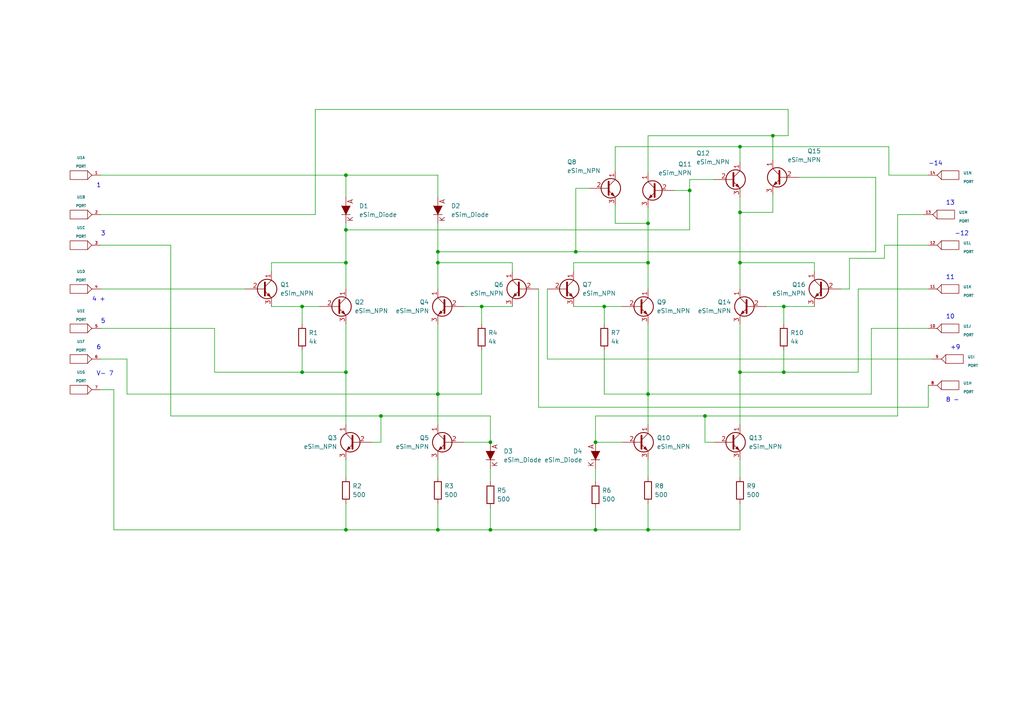
<source format=kicad_sch>
(kicad_sch (version 20211123) (generator eeschema)
  (paper "A4")
  (lib_symbols
    (symbol "eSim_Devices:eSim_Diode" (pin_numbers hide) (pin_names (offset 1.016) hide)
      (property "Reference" "D" (at 0 2.54 0))
      (property "Value" "eSim_Diode" (at 0 -2.54 0))
      (symbol "eSim_Diode_0_0"
        (text "A" (at -2.54 1.27 0) (effects (font (size 1.524 1.524))))
        (text "K" (at 2.54 1.27 0) (effects (font (size 1.524 1.524))))
      )
      (symbol "eSim_Diode_0_1"
        (polyline (pts (xy 1.27 1.27) (xy 1.27 -1.27)) (stroke (width 0.1524)))
        (polyline (pts (xy -1.27 1.27) (xy 1.27 0) (xy -1.27 -1.27)) (fill (type outline)))
      )
      (symbol "eSim_Diode_1_1"
        (pin passive line (at -3.81 0 0) (length 2.54) (name "A") (number "1"))
        (pin passive line (at 3.81 0 180) (length 2.54) (name "K") (number "2"))
      )
    )
    (symbol "eSim_Devices:eSim_NPN" (pin_names (offset 0) hide)
      (property "Reference" "Q" (at -2.54 1.27 0))
      (property "Value" "eSim_NPN" (at -1.27 3.81 0))
      (symbol "eSim_NPN_0_1"
        (polyline (pts (xy 0.635 0.635) (xy 2.54 2.54)))
        (polyline (pts (xy 0.635 -0.635) (xy 2.54 -2.54) (xy 2.54 -2.54)))
        (polyline (pts (xy 0.635 1.905) (xy 0.635 -1.905) (xy 0.635 -1.905)) (stroke (width 0.508)))
        (polyline (pts (xy 1.27 -1.778) (xy 1.778 -1.27) (xy 2.286 -2.286) (xy 1.27 -1.778) (xy 1.27 -1.778)) (fill (type outline)))
        (circle (center 1.27 0) (radius 2.8194) (stroke (width 0.254)))
      )
      (symbol "eSim_NPN_1_1"
        (pin passive line (at 2.54 5.08 270) (length 2.54) (name "C") (number "1"))
        (pin passive line (at -5.08 0 0) (length 5.715) (name "B") (number "2"))
        (pin passive line (at 2.54 -5.08 90) (length 2.54) (name "E") (number "3"))
      )
    )
    (symbol "eSim_Devices:resistor" (pin_numbers hide) (pin_names (offset 0))
      (property "Reference" "R" (at 1.27 3.302 0))
      (property "Value" "resistor" (at 1.27 -1.27 0))
      (symbol "resistor_0_1"
        (rectangle (start 3.81 0.254) (end -1.27 2.286) (stroke (width 0.254)))
      )
      (symbol "resistor_1_1"
        (pin passive line (at -2.54 1.27 0) (length 1.27) (name "~") (number "1"))
        (pin passive line (at 5.08 1.27 180) (length 1.27) (name "~") (number "2"))
      )
    )
    (symbol "eSim_Miscellaneous:PORT" (pin_names (offset 1.016))
      (property "Reference" "U" (at 1.27 2.54 0))
      (property "Value" "PORT" (at 0 0 0))
      (symbol "PORT_0_1"
        (rectangle (start -2.54 1.27) (end 2.54 -1.27))
        (arc (start 2.54 1.27) (mid 3.1355 0.5955) (end 3.81 0))
        (arc (start 3.81 0) (mid 3.1447 -0.6046) (end 2.54 -1.27))
      )
      (symbol "PORT_1_1"
        (pin bidirectional line (at 6.35 0 180) (length 2.54) (name "~") (number "1"))
      )
      (symbol "PORT_2_1"
        (pin bidirectional line (at 6.35 0 180) (length 2.54) (name "~") (number "2"))
      )
      (symbol "PORT_3_1"
        (pin bidirectional line (at 6.35 0 180) (length 2.54) (name "~") (number "3"))
      )
      (symbol "PORT_4_1"
        (pin bidirectional line (at 6.35 0 180) (length 2.54) (name "~") (number "4"))
      )
      (symbol "PORT_5_1"
        (pin bidirectional line (at 6.35 0 180) (length 2.54) (name "~") (number "5"))
      )
      (symbol "PORT_6_1"
        (pin bidirectional line (at 6.35 0 180) (length 2.54) (name "~") (number "6"))
      )
      (symbol "PORT_7_1"
        (pin bidirectional line (at 6.35 0 180) (length 2.54) (name "~") (number "7"))
      )
      (symbol "PORT_8_1"
        (pin bidirectional line (at 6.35 0 180) (length 2.54) (name "~") (number "8"))
      )
      (symbol "PORT_9_1"
        (pin bidirectional line (at 6.35 0 180) (length 2.54) (name "~") (number "9"))
      )
      (symbol "PORT_10_1"
        (pin bidirectional line (at 6.35 0 180) (length 2.54) (name "~") (number "10"))
      )
      (symbol "PORT_11_1"
        (pin bidirectional line (at 6.35 0 180) (length 2.54) (name "~") (number "11"))
      )
      (symbol "PORT_12_1"
        (pin bidirectional line (at 6.35 0 180) (length 2.54) (name "~") (number "12"))
      )
      (symbol "PORT_13_1"
        (pin bidirectional line (at 6.35 0 180) (length 2.54) (name "~") (number "13"))
      )
      (symbol "PORT_14_1"
        (pin bidirectional line (at 6.35 0 180) (length 2.54) (name "~") (number "14"))
      )
      (symbol "PORT_15_1"
        (pin bidirectional line (at 6.35 0 180) (length 2.54) (name "~") (number "15"))
      )
      (symbol "PORT_16_1"
        (pin bidirectional line (at 6.35 0 180) (length 2.54) (name "~") (number "16"))
      )
      (symbol "PORT_17_1"
        (pin bidirectional line (at 6.35 0 180) (length 2.54) (name "~") (number "17"))
      )
      (symbol "PORT_18_1"
        (pin bidirectional line (at 6.35 0 180) (length 2.54) (name "~") (number "18"))
      )
      (symbol "PORT_19_1"
        (pin bidirectional line (at 6.35 0 180) (length 2.54) (name "~") (number "19"))
      )
      (symbol "PORT_20_1"
        (pin bidirectional line (at 6.35 0 180) (length 2.54) (name "~") (number "20"))
      )
      (symbol "PORT_21_1"
        (pin bidirectional line (at 6.35 0 180) (length 2.54) (name "~") (number "21"))
      )
      (symbol "PORT_22_1"
        (pin bidirectional line (at 6.35 0 180) (length 2.54) (name "~") (number "22"))
      )
      (symbol "PORT_23_1"
        (pin bidirectional line (at 6.35 0 180) (length 2.54) (name "~") (number "23"))
      )
      (symbol "PORT_24_1"
        (pin bidirectional line (at 6.35 0 180) (length 2.54) (name "~") (number "24"))
      )
      (symbol "PORT_25_1"
        (pin bidirectional line (at 6.35 0 180) (length 2.54) (name "~") (number "25"))
      )
      (symbol "PORT_26_1"
        (pin bidirectional line (at 6.35 0 180) (length 2.54) (name "~") (number "26"))
      )
    )
  )
  (junction (at 172.72 153.67))
  (junction (at 87.63 107.95))
  (junction (at 187.96 114.3))
  (junction (at 214.63 61.595))
  (junction (at 214.63 107.95))
  (junction (at 127 73.025))
  (junction (at 200.025 55.245))
  (junction (at 87.63 88.9))
  (junction (at 110.49 120.65))
  (junction (at 187.96 76.2))
  (junction (at 187.96 64.77))
  (junction (at 127 114.3))
  (junction (at 214.63 76.2))
  (junction (at 204.47 120.65))
  (junction (at 167.005 73.025))
  (junction (at 187.96 153.67))
  (junction (at 100.33 76.2))
  (junction (at 100.33 153.67))
  (junction (at 227.33 88.9))
  (junction (at 214.63 42.545))
  (junction (at 127 76.2))
  (junction (at 224.155 39.37))
  (junction (at 100.33 107.95))
  (junction (at 142.24 153.67))
  (junction (at 142.24 128.27))
  (junction (at 100.33 66.675))
  (junction (at 100.33 50.8))
  (junction (at 139.7 88.9))
  (junction (at 172.72 128.27))
  (junction (at 175.26 88.9))
  (junction (at 227.33 107.95))
  (junction (at 127 153.67))
  (wire (pts (xy 87.63 88.9) (xy 92.71 88.9)))
  (wire (pts (xy 204.47 120.65) (xy 204.47 128.27)))
  (wire (pts (xy 87.63 101.6) (xy 87.63 107.95)))
  (wire (pts (xy 148.59 78.74) (xy 148.59 76.2)))
  (wire (pts (xy 214.63 46.99) (xy 214.63 42.545)))
  (wire (pts (xy 100.33 66.675) (xy 100.33 76.2)))
  (wire (pts (xy 178.435 49.53) (xy 178.435 42.545)))
  (wire (pts (xy 36.83 114.3) (xy 127 114.3)))
  (wire (pts (xy 29.21 104.14) (xy 36.83 104.14)))
  (wire (pts (xy 172.72 147.32) (xy 172.72 153.67)))
  (wire (pts (xy 178.435 42.545) (xy 214.63 42.545)))
  (wire (pts (xy 49.53 120.65) (xy 49.53 71.12)))
  (wire (pts (xy 187.96 76.2) (xy 187.96 83.82)))
  (wire (pts (xy 142.24 147.32) (xy 142.24 153.67)))
  (wire (pts (xy 243.84 83.82) (xy 246.38 83.82)))
  (wire (pts (xy 254 51.435) (xy 254 73.025)))
  (wire (pts (xy 224.155 39.37) (xy 224.155 46.355)))
  (wire (pts (xy 100.33 57.15) (xy 100.33 50.8)))
  (wire (pts (xy 78.74 88.9) (xy 87.63 88.9)))
  (wire (pts (xy 170.815 54.61) (xy 167.005 54.61)))
  (wire (pts (xy 78.74 78.74) (xy 78.74 76.2)))
  (wire (pts (xy 62.23 95.25) (xy 29.21 95.25)))
  (wire (pts (xy 87.63 88.9) (xy 87.63 93.98)))
  (wire (pts (xy 172.72 128.27) (xy 172.72 120.65)))
  (wire (pts (xy 248.92 83.82) (xy 269.24 83.82)))
  (wire (pts (xy 252.73 95.25) (xy 269.24 95.25)))
  (wire (pts (xy 248.92 83.82) (xy 248.92 107.95)))
  (wire (pts (xy 187.96 114.3) (xy 187.96 123.19)))
  (wire (pts (xy 236.22 88.9) (xy 227.33 88.9)))
  (wire (pts (xy 158.75 104.14) (xy 270.51 104.14)))
  (wire (pts (xy 214.63 61.595) (xy 224.155 61.595)))
  (wire (pts (xy 175.26 88.9) (xy 180.34 88.9)))
  (wire (pts (xy 167.005 73.025) (xy 127 73.025)))
  (wire (pts (xy 49.53 71.12) (xy 29.21 71.12)))
  (wire (pts (xy 214.63 57.15) (xy 214.63 61.595)))
  (wire (pts (xy 127 50.8) (xy 127 57.15)))
  (wire (pts (xy 127 76.2) (xy 127 83.82)))
  (wire (pts (xy 175.26 101.6) (xy 175.26 114.3)))
  (wire (pts (xy 100.33 133.35) (xy 100.33 138.43)))
  (wire (pts (xy 207.01 128.27) (xy 204.47 128.27)))
  (wire (pts (xy 175.26 88.9) (xy 175.26 93.98)))
  (wire (pts (xy 224.155 39.37) (xy 228.6 39.37)))
  (wire (pts (xy 78.74 76.2) (xy 100.33 76.2)))
  (wire (pts (xy 204.47 120.65) (xy 172.72 120.65)))
  (wire (pts (xy 200.025 55.245) (xy 200.025 66.675)))
  (wire (pts (xy 100.33 50.8) (xy 127 50.8)))
  (wire (pts (xy 200.025 55.245) (xy 200.025 52.07)))
  (wire (pts (xy 204.47 120.65) (xy 260.35 120.65)))
  (wire (pts (xy 256.54 74.93) (xy 256.54 71.12)))
  (wire (pts (xy 166.37 78.74) (xy 166.37 76.2)))
  (wire (pts (xy 139.7 101.6) (xy 139.7 114.3)))
  (wire (pts (xy 91.44 31.75) (xy 228.6 31.75)))
  (wire (pts (xy 142.24 153.67) (xy 172.72 153.67)))
  (wire (pts (xy 214.63 153.67) (xy 187.96 153.67)))
  (wire (pts (xy 49.53 120.65) (xy 110.49 120.65)))
  (wire (pts (xy 257.81 50.8) (xy 269.24 50.8)))
  (wire (pts (xy 172.72 153.67) (xy 187.96 153.67)))
  (wire (pts (xy 156.21 83.82) (xy 156.21 118.11)))
  (wire (pts (xy 254 73.025) (xy 167.005 73.025)))
  (wire (pts (xy 180.34 128.27) (xy 172.72 128.27)))
  (wire (pts (xy 87.63 107.95) (xy 62.23 107.95)))
  (wire (pts (xy 187.96 50.165) (xy 187.96 39.37)))
  (wire (pts (xy 269.24 111.76) (xy 269.24 118.11)))
  (wire (pts (xy 187.96 60.325) (xy 187.96 64.77)))
  (wire (pts (xy 127 93.98) (xy 127 114.3)))
  (wire (pts (xy 236.22 78.74) (xy 236.22 76.2)))
  (wire (pts (xy 100.33 153.67) (xy 127 153.67)))
  (wire (pts (xy 214.63 93.98) (xy 214.63 107.95)))
  (wire (pts (xy 224.155 56.515) (xy 224.155 61.595)))
  (wire (pts (xy 29.21 83.82) (xy 71.12 83.82)))
  (wire (pts (xy 148.59 88.9) (xy 139.7 88.9)))
  (wire (pts (xy 110.49 128.27) (xy 110.49 120.65)))
  (wire (pts (xy 227.33 88.9) (xy 222.25 88.9)))
  (wire (pts (xy 187.96 64.77) (xy 178.435 64.77)))
  (wire (pts (xy 228.6 31.75) (xy 228.6 39.37)))
  (wire (pts (xy 236.22 76.2) (xy 214.63 76.2)))
  (wire (pts (xy 107.95 128.27) (xy 110.49 128.27)))
  (wire (pts (xy 200.025 66.675) (xy 100.33 66.675)))
  (wire (pts (xy 127 114.3) (xy 139.7 114.3)))
  (wire (pts (xy 127 146.05) (xy 127 153.67)))
  (wire (pts (xy 156.21 118.11) (xy 269.24 118.11)))
  (wire (pts (xy 187.96 93.98) (xy 187.96 114.3)))
  (wire (pts (xy 187.96 114.3) (xy 252.73 114.3)))
  (wire (pts (xy 214.63 76.2) (xy 214.63 83.82)))
  (wire (pts (xy 178.435 59.69) (xy 178.435 64.77)))
  (wire (pts (xy 91.44 62.23) (xy 91.44 31.75)))
  (wire (pts (xy 127 153.67) (xy 142.24 153.67)))
  (wire (pts (xy 100.33 146.05) (xy 100.33 153.67)))
  (wire (pts (xy 142.24 128.27) (xy 142.24 120.65)))
  (wire (pts (xy 187.96 39.37) (xy 224.155 39.37)))
  (wire (pts (xy 187.96 146.05) (xy 187.96 153.67)))
  (wire (pts (xy 158.75 83.82) (xy 158.75 104.14)))
  (wire (pts (xy 127 133.35) (xy 127 138.43)))
  (wire (pts (xy 139.7 88.9) (xy 134.62 88.9)))
  (wire (pts (xy 139.7 88.9) (xy 139.7 93.98)))
  (wire (pts (xy 214.63 107.95) (xy 227.33 107.95)))
  (wire (pts (xy 252.73 114.3) (xy 252.73 95.25)))
  (wire (pts (xy 36.83 114.3) (xy 36.83 104.14)))
  (wire (pts (xy 100.33 107.95) (xy 87.63 107.95)))
  (wire (pts (xy 172.72 135.89) (xy 172.72 139.7)))
  (wire (pts (xy 167.005 54.61) (xy 167.005 73.025)))
  (wire (pts (xy 246.38 74.93) (xy 256.54 74.93)))
  (wire (pts (xy 246.38 83.82) (xy 246.38 74.93)))
  (wire (pts (xy 214.63 133.35) (xy 214.63 138.43)))
  (wire (pts (xy 33.02 113.03) (xy 29.21 113.03)))
  (wire (pts (xy 127 114.3) (xy 127 123.19)))
  (wire (pts (xy 100.33 76.2) (xy 100.33 83.82)))
  (wire (pts (xy 195.58 55.245) (xy 200.025 55.245)))
  (wire (pts (xy 260.35 62.23) (xy 267.97 62.23)))
  (wire (pts (xy 166.37 76.2) (xy 187.96 76.2)))
  (wire (pts (xy 62.23 107.95) (xy 62.23 95.25)))
  (wire (pts (xy 214.63 42.545) (xy 257.81 42.545)))
  (wire (pts (xy 142.24 135.89) (xy 142.24 139.7)))
  (wire (pts (xy 110.49 120.65) (xy 142.24 120.65)))
  (wire (pts (xy 166.37 88.9) (xy 175.26 88.9)))
  (wire (pts (xy 33.02 153.67) (xy 33.02 113.03)))
  (wire (pts (xy 214.63 61.595) (xy 214.63 76.2)))
  (wire (pts (xy 231.775 51.435) (xy 254 51.435)))
  (wire (pts (xy 187.96 114.3) (xy 175.26 114.3)))
  (wire (pts (xy 187.96 64.77) (xy 187.96 76.2)))
  (wire (pts (xy 200.025 52.07) (xy 207.01 52.07)))
  (wire (pts (xy 227.33 88.9) (xy 227.33 93.98)))
  (wire (pts (xy 187.96 133.35) (xy 187.96 138.43)))
  (wire (pts (xy 127 64.77) (xy 127 73.025)))
  (wire (pts (xy 100.33 107.95) (xy 100.33 123.19)))
  (wire (pts (xy 100.33 64.77) (xy 100.33 66.675)))
  (wire (pts (xy 134.62 128.27) (xy 142.24 128.27)))
  (wire (pts (xy 227.33 101.6) (xy 227.33 107.95)))
  (wire (pts (xy 260.35 120.65) (xy 260.35 62.23)))
  (wire (pts (xy 29.21 50.8) (xy 100.33 50.8)))
  (wire (pts (xy 148.59 76.2) (xy 127 76.2)))
  (wire (pts (xy 100.33 93.98) (xy 100.33 107.95)))
  (wire (pts (xy 100.33 153.67) (xy 33.02 153.67)))
  (wire (pts (xy 256.54 71.12) (xy 269.24 71.12)))
  (wire (pts (xy 257.81 42.545) (xy 257.81 50.8)))
  (wire (pts (xy 248.92 107.95) (xy 227.33 107.95)))
  (wire (pts (xy 214.63 146.05) (xy 214.63 153.67)))
  (wire (pts (xy 214.63 107.95) (xy 214.63 123.19)))
  (wire (pts (xy 127 73.025) (xy 127 76.2)))
  (wire (pts (xy 29.21 62.23) (xy 91.44 62.23)))
  (text "8 -\n" (at 274.32 116.84 0) (effects (font (size 1.27 1.27)) (justify left bottom)))
  (text "4 +" (at 26.67 87.63 0) (effects (font (size 1.27 1.27)) (justify left bottom)))
  (text "-12" (at 276.86 68.58 0) (effects (font (size 1.27 1.27)) (justify left bottom)))
  (text "V- 7\n" (at 27.94 109.22 0) (effects (font (size 1.27 1.27)) (justify left bottom)))
  (text "6" (at 27.94 101.6 0) (effects (font (size 1.27 1.27)) (justify left bottom)))
  (text "3" (at 29.21 68.58 0) (effects (font (size 1.27 1.27)) (justify left bottom)))
  (text "10" (at 274.32 92.71 0) (effects (font (size 1.27 1.27)) (justify left bottom)))
  (text "11" (at 274.32 81.28 0) (effects (font (size 1.27 1.27)) (justify left bottom)))
  (text "5" (at 29.21 93.98 0) (effects (font (size 1.27 1.27)) (justify left bottom)))
  (text "13" (at 274.32 59.69 0) (effects (font (size 1.27 1.27)) (justify left bottom)))
  (text "-14" (at 269.24 48.26 0) (effects (font (size 1.27 1.27)) (justify left bottom)))
  (text "+9" (at 275.59 101.6 0) (effects (font (size 1.27 1.27)) (justify left bottom)))
  (text "1" (at 27.94 54.61 0) (effects (font (size 1.27 1.27)) (justify left bottom)))
  (symbol (lib_id "eSim_Miscellaneous:PORT") (at 22.86 113.03 0) (unit 7)
    (property "Reference" "U1" (at 23.495 107.95 0) (effects (font (size 0.762 0.762))))
    (property "Value" "PORT" (at 23.495 110.49 0) (effects (font (size 0.762 0.762))))
  )
  (symbol (lib_id "eSim_Miscellaneous:PORT") (at 22.86 50.8 0) (unit 1)
    (property "Reference" "U1" (at 23.495 45.72 0) (effects (font (size 0.762 0.762))))
    (property "Value" "PORT" (at 23.495 48.26 0) (effects (font (size 0.762 0.762))))
  )
  (symbol (lib_id "eSim_Devices:resistor") (at 86.36 96.52 270) (unit 1)
    (property "Reference" "R1" (at 89.535 96.5199 90) (effects (justify left)))
    (property "Value" "4k" (at 89.535 99.0599 90) (effects (justify left)))
  )
  (symbol (lib_id "eSim_Miscellaneous:PORT") (at 275.59 83.82 0) (mirror y) (unit 11)
    (property "Reference" "U1" (at 279.4 83.185 0) (effects (font (size 0.762 0.762)) (justify right)))
    (property "Value" "PORT" (at 279.4 85.725 0) (effects (font (size 0.762 0.762)) (justify right)))
  )
  (symbol (lib_id "eSim_Miscellaneous:PORT") (at 276.86 104.14 0) (mirror y) (unit 9)
    (property "Reference" "U1" (at 280.67 103.505 0) (effects (font (size 0.762 0.762)) (justify right)))
    (property "Value" "PORT" (at 280.67 106.045 0) (effects (font (size 0.762 0.762)) (justify right)))
  )
  (symbol (lib_id "eSim_Devices:eSim_NPN") (at 212.09 52.07 0) (unit 1)
    (property "Reference" "Q12" (at 201.93 44.45 0) (effects (justify left)))
    (property "Value" "eSim_NPN" (at 201.93 46.99 0) (effects (justify left)))
  )
  (symbol (lib_id "eSim_Devices:eSim_Diode") (at 100.33 60.96 270) (unit 1)
    (property "Reference" "D1" (at 104.14 59.7443 90) (effects (justify left)))
    (property "Value" "eSim_Diode" (at 104.14 62.2843 90) (effects (justify left)))
  )
  (symbol (lib_id "eSim_Devices:resistor") (at 171.45 142.24 270) (unit 1)
    (property "Reference" "R6" (at 174.625 142.2399 90) (effects (justify left)))
    (property "Value" "500" (at 174.625 144.7799 90) (effects (justify left)))
  )
  (symbol (lib_id "eSim_Miscellaneous:PORT") (at 275.59 50.8 0) (mirror y) (unit 14)
    (property "Reference" "U1" (at 279.4 50.165 0) (effects (font (size 0.762 0.762)) (justify right)))
    (property "Value" "PORT" (at 279.4 52.705 0) (effects (font (size 0.762 0.762)) (justify right)))
  )
  (symbol (lib_id "eSim_Devices:eSim_Diode") (at 127 60.96 270) (unit 1)
    (property "Reference" "D2" (at 130.81 59.7443 90) (effects (justify left)))
    (property "Value" "eSim_Diode" (at 130.81 62.2843 90) (effects (justify left)))
  )
  (symbol (lib_id "eSim_Miscellaneous:PORT") (at 22.86 95.25 0) (unit 5)
    (property "Reference" "U1" (at 23.495 90.17 0) (effects (font (size 0.762 0.762))))
    (property "Value" "PORT" (at 23.495 92.71 0) (effects (font (size 0.762 0.762))))
  )
  (symbol (lib_id "eSim_Devices:eSim_NPN") (at 163.83 83.82 0) (unit 1)
    (property "Reference" "Q7" (at 168.91 82.5499 0) (effects (justify left)))
    (property "Value" "eSim_NPN" (at 168.91 85.0899 0) (effects (justify left)))
  )
  (symbol (lib_id "eSim_Devices:eSim_Diode") (at 142.24 132.08 270) (unit 1)
    (property "Reference" "D3" (at 146.05 130.8643 90) (effects (justify left)))
    (property "Value" "eSim_Diode" (at 146.05 133.4043 90) (effects (justify left)))
  )
  (symbol (lib_id "eSim_Devices:eSim_NPN") (at 190.5 55.245 0) (mirror y) (unit 1)
    (property "Reference" "Q11" (at 200.66 47.625 0) (effects (justify left)))
    (property "Value" "eSim_NPN" (at 200.66 50.165 0) (effects (justify left)))
  )
  (symbol (lib_id "eSim_Miscellaneous:PORT") (at 22.86 104.14 0) (unit 6)
    (property "Reference" "U1" (at 23.495 99.06 0) (effects (font (size 0.762 0.762))))
    (property "Value" "PORT" (at 23.495 101.6 0) (effects (font (size 0.762 0.762))))
  )
  (symbol (lib_id "eSim_Miscellaneous:PORT") (at 274.32 62.23 0) (mirror y) (unit 13)
    (property "Reference" "U1" (at 278.13 61.595 0) (effects (font (size 0.762 0.762)) (justify right)))
    (property "Value" "PORT" (at 278.13 64.135 0) (effects (font (size 0.762 0.762)) (justify right)))
  )
  (symbol (lib_id "eSim_Devices:eSim_NPN") (at 76.2 83.82 0) (unit 1)
    (property "Reference" "Q1" (at 81.28 82.5499 0) (effects (justify left)))
    (property "Value" "eSim_NPN" (at 81.28 85.0899 0) (effects (justify left)))
  )
  (symbol (lib_id "eSim_Miscellaneous:PORT") (at 275.59 111.76 0) (mirror y) (unit 8)
    (property "Reference" "U1" (at 279.4 111.125 0) (effects (font (size 0.762 0.762)) (justify right)))
    (property "Value" "PORT" (at 279.4 113.665 0) (effects (font (size 0.762 0.762)) (justify right)))
  )
  (symbol (lib_id "eSim_Devices:resistor") (at 226.06 96.52 270) (unit 1)
    (property "Reference" "R10" (at 229.235 96.5199 90) (effects (justify left)))
    (property "Value" "4k" (at 229.235 99.0599 90) (effects (justify left)))
  )
  (symbol (lib_id "eSim_Miscellaneous:PORT") (at 275.59 95.25 0) (mirror y) (unit 10)
    (property "Reference" "U1" (at 279.4 94.615 0) (effects (font (size 0.762 0.762)) (justify right)))
    (property "Value" "PORT" (at 279.4 97.155 0) (effects (font (size 0.762 0.762)) (justify right)))
  )
  (symbol (lib_id "eSim_Miscellaneous:PORT") (at 22.86 83.82 0) (unit 4)
    (property "Reference" "U1" (at 23.495 78.74 0) (effects (font (size 0.762 0.762))))
    (property "Value" "PORT" (at 23.495 81.28 0) (effects (font (size 0.762 0.762))))
  )
  (symbol (lib_id "eSim_Devices:resistor") (at 138.43 96.52 270) (unit 1)
    (property "Reference" "R4" (at 141.605 96.5199 90) (effects (justify left)))
    (property "Value" "4k" (at 141.605 99.0599 90) (effects (justify left)))
  )
  (symbol (lib_id "eSim_Miscellaneous:PORT") (at 275.59 71.12 0) (mirror y) (unit 12)
    (property "Reference" "U1" (at 279.4 70.485 0) (effects (font (size 0.762 0.762)) (justify right)))
    (property "Value" "PORT" (at 279.4 73.025 0) (effects (font (size 0.762 0.762)) (justify right)))
  )
  (symbol (lib_id "eSim_Devices:eSim_NPN") (at 97.79 88.9 0) (unit 1)
    (property "Reference" "Q2" (at 102.87 87.6299 0) (effects (justify left)))
    (property "Value" "eSim_NPN" (at 102.87 90.1699 0) (effects (justify left)))
  )
  (symbol (lib_id "eSim_Devices:resistor") (at 140.97 142.24 270) (unit 1)
    (property "Reference" "R5" (at 144.145 142.2399 90) (effects (justify left)))
    (property "Value" "500" (at 144.145 144.7799 90) (effects (justify left)))
  )
  (symbol (lib_id "eSim_Devices:resistor") (at 186.69 140.97 270) (unit 1)
    (property "Reference" "R8" (at 189.865 140.9699 90) (effects (justify left)))
    (property "Value" "500" (at 189.865 143.5099 90) (effects (justify left)))
  )
  (symbol (lib_id "eSim_Devices:eSim_NPN") (at 217.17 88.9 0) (mirror y) (unit 1)
    (property "Reference" "Q14" (at 212.09 87.6299 0) (effects (justify left)))
    (property "Value" "eSim_NPN" (at 212.09 90.1699 0) (effects (justify left)))
  )
  (symbol (lib_id "eSim_Devices:eSim_NPN") (at 185.42 128.27 0) (unit 1)
    (property "Reference" "Q10" (at 190.5 126.9999 0) (effects (justify left)))
    (property "Value" "eSim_NPN" (at 190.5 129.5399 0) (effects (justify left)))
  )
  (symbol (lib_id "eSim_Devices:eSim_NPN") (at 226.695 51.435 0) (mirror y) (unit 1)
    (property "Reference" "Q15" (at 238.125 43.815 0) (effects (justify left)))
    (property "Value" "eSim_NPN" (at 238.125 46.355 0) (effects (justify left)))
  )
  (symbol (lib_id "eSim_Devices:resistor") (at 125.73 140.97 270) (unit 1)
    (property "Reference" "R3" (at 128.905 140.9699 90) (effects (justify left)))
    (property "Value" "500" (at 128.905 143.5099 90) (effects (justify left)))
  )
  (symbol (lib_id "eSim_Devices:eSim_NPN") (at 175.895 54.61 0) (unit 1)
    (property "Reference" "Q8" (at 164.465 46.99 0) (effects (justify left)))
    (property "Value" "eSim_NPN" (at 164.465 49.53 0) (effects (justify left)))
  )
  (symbol (lib_id "eSim_Devices:resistor") (at 213.36 140.97 270) (unit 1)
    (property "Reference" "R9" (at 216.535 140.9699 90) (effects (justify left)))
    (property "Value" "500" (at 216.535 143.5099 90) (effects (justify left)))
  )
  (symbol (lib_id "eSim_Devices:eSim_NPN") (at 238.76 83.82 0) (mirror y) (unit 1)
    (property "Reference" "Q16" (at 233.68 82.5499 0) (effects (justify left)))
    (property "Value" "eSim_NPN" (at 233.68 85.0899 0) (effects (justify left)))
  )
  (symbol (lib_id "eSim_Devices:eSim_NPN") (at 129.54 128.27 0) (mirror y) (unit 1)
    (property "Reference" "Q5" (at 124.46 126.9999 0) (effects (justify left)))
    (property "Value" "eSim_NPN" (at 124.46 129.5399 0) (effects (justify left)))
  )
  (symbol (lib_id "eSim_Devices:eSim_Diode") (at 172.72 132.08 90) (mirror x) (unit 1)
    (property "Reference" "D4" (at 168.91 130.8643 90) (effects (justify left)))
    (property "Value" "eSim_Diode" (at 168.91 133.4043 90) (effects (justify left)))
  )
  (symbol (lib_id "eSim_Devices:eSim_NPN") (at 151.13 83.82 0) (mirror y) (unit 1)
    (property "Reference" "Q6" (at 146.05 82.5499 0) (effects (justify left)))
    (property "Value" "eSim_NPN" (at 146.05 85.0899 0) (effects (justify left)))
  )
  (symbol (lib_id "eSim_Devices:resistor") (at 173.99 96.52 270) (unit 1)
    (property "Reference" "R7" (at 177.165 96.5199 90) (effects (justify left)))
    (property "Value" "4k" (at 177.165 99.0599 90) (effects (justify left)))
  )
  (symbol (lib_id "eSim_Devices:eSim_NPN") (at 102.87 128.27 0) (mirror y) (unit 1)
    (property "Reference" "Q3" (at 97.79 126.9999 0) (effects (justify left)))
    (property "Value" "eSim_NPN" (at 97.79 129.5399 0) (effects (justify left)))
  )
  (symbol (lib_id "eSim_Devices:eSim_NPN") (at 212.09 128.27 0) (unit 1)
    (property "Reference" "Q13" (at 217.17 126.9999 0) (effects (justify left)))
    (property "Value" "eSim_NPN" (at 217.17 129.5399 0) (effects (justify left)))
  )
  (symbol (lib_id "eSim_Miscellaneous:PORT") (at 22.86 62.23 0) (unit 2)
    (property "Reference" "U1" (at 23.495 57.15 0) (effects (font (size 0.762 0.762))))
    (property "Value" "PORT" (at 23.495 59.69 0) (effects (font (size 0.762 0.762))))
  )
  (symbol (lib_id "eSim_Devices:eSim_NPN") (at 185.42 88.9 0) (unit 1)
    (property "Reference" "Q9" (at 190.5 87.6299 0) (effects (justify left)))
    (property "Value" "eSim_NPN" (at 190.5 90.1699 0) (effects (justify left)))
  )
  (symbol (lib_id "eSim_Devices:eSim_NPN") (at 129.54 88.9 0) (mirror y) (unit 1)
    (property "Reference" "Q4" (at 124.46 87.6299 0) (effects (justify left)))
    (property "Value" "eSim_NPN" (at 124.46 90.1699 0) (effects (justify left)))
  )
  (symbol (lib_id "eSim_Miscellaneous:PORT") (at 22.86 71.12 0) (unit 3)
    (property "Reference" "U1" (at 23.495 66.04 0) (effects (font (size 0.762 0.762))))
    (property "Value" "PORT" (at 23.495 68.58 0) (effects (font (size 0.762 0.762))))
  )
  (symbol (lib_id "eSim_Devices:resistor") (at 99.06 140.97 270) (unit 1)
    (property "Reference" "R2" (at 102.235 140.9699 90) (effects (justify left)))
    (property "Value" "500" (at 102.235 143.5099 90) (effects (justify left)))
  )
)
</source>
